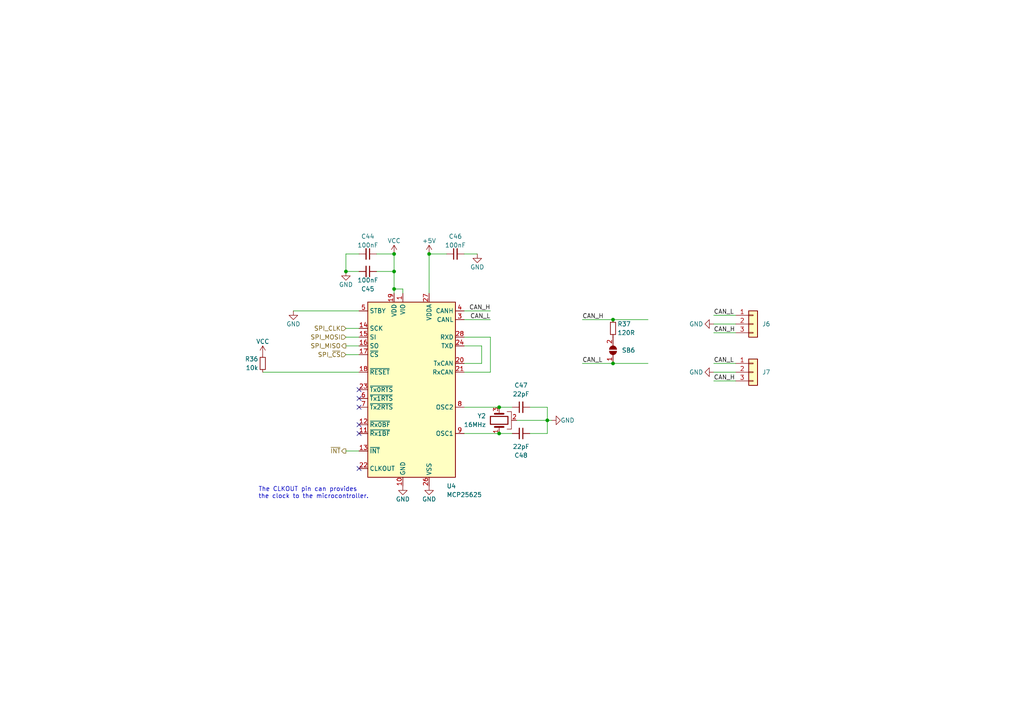
<source format=kicad_sch>
(kicad_sch (version 20211123) (generator eeschema)
  (paper "A4")
  (lib_symbols
    (symbol "Connector_Generic:Conn_01x03" (pin_names (offset 1.016) hide)
      (property "Reference" "J" (at 0 5.08 0))
      (property "Value" "Conn_01x03" (at 0 -5.08 0))
      (symbol "Conn_01x03_1_1"
        (rectangle (start -1.27 -2.413) (end 0 -2.667) (stroke (width 0.1524)))
        (rectangle (start -1.27 0.127) (end 0 -0.127) (stroke (width 0.1524)))
        (rectangle (start -1.27 2.667) (end 0 2.413) (stroke (width 0.1524)))
        (rectangle (start -1.27 3.81) (end 1.27 -3.81) (stroke (width 0.254)) (fill (type background)))
        (pin passive line (at -5.08 2.54 0) (length 3.81) (name "Pin_1") (number "1"))
        (pin passive line (at -5.08 0 0) (length 3.81) (name "Pin_2") (number "2"))
        (pin passive line (at -5.08 -2.54 0) (length 3.81) (name "Pin_3") (number "3"))
      )
    )
    (symbol "Device:C_Small" (pin_numbers hide) (pin_names (offset 0.254) hide)
      (property "Reference" "C" (at 0.254 1.778 0))
      (property "Value" "C_Small" (at 0.254 -2.032 0))
      (symbol "C_Small_0_1"
        (polyline (pts (xy -1.524 -0.508) (xy 1.524 -0.508)) (stroke (width 0.3302)))
        (polyline (pts (xy -1.524 0.508) (xy 1.524 0.508)) (stroke (width 0.3048)))
      )
      (symbol "C_Small_1_1"
        (pin passive line (at 0 2.54 270) (length 2.032) (name "~") (number "1"))
        (pin passive line (at 0 -2.54 90) (length 2.032) (name "~") (number "2"))
      )
    )
    (symbol "Device:Crystal_GND2" (pin_names (offset 1.016) hide)
      (property "Reference" "Y" (at 0 5.715 0))
      (property "Value" "Crystal_GND2" (at 0 3.81 0))
      (symbol "Crystal_GND2_0_1"
        (rectangle (start -1.143 2.54) (end 1.143 -2.54) (stroke (width 0.3048)))
        (polyline (pts (xy -2.54 0) (xy -1.905 0)))
        (polyline (pts (xy -1.905 -1.27) (xy -1.905 1.27)) (stroke (width 0.508)))
        (polyline (pts (xy 0 -3.81) (xy 0 -3.556)))
        (polyline (pts (xy 1.905 0) (xy 2.54 0)))
        (polyline (pts (xy 1.905 1.27) (xy 1.905 -1.27)) (stroke (width 0.508)))
        (polyline (pts (xy -2.54 -2.286) (xy -2.54 -3.556) (xy 2.54 -3.556) (xy 2.54 -2.286)))
      )
      (symbol "Crystal_GND2_1_1"
        (pin passive line (at -3.81 0 0) (length 1.27) (name "1") (number "1"))
        (pin passive line (at 0 -5.08 90) (length 1.27) (name "2") (number "2"))
        (pin passive line (at 3.81 0 180) (length 1.27) (name "3") (number "3"))
      )
    )
    (symbol "Device:R_Small" (pin_numbers hide) (pin_names (offset 0.254) hide)
      (property "Reference" "R" (at 0.762 0.508 0))
      (property "Value" "R_Small" (at 0.762 -1.016 0))
      (symbol "R_Small_0_1"
        (rectangle (start -0.762 1.778) (end 0.762 -1.778) (stroke (width 0.2032)))
      )
      (symbol "R_Small_1_1"
        (pin passive line (at 0 2.54 270) (length 0.762) (name "~") (number "1"))
        (pin passive line (at 0 -2.54 90) (length 0.762) (name "~") (number "2"))
      )
    )
    (symbol "Interface_CAN_LIN:MCP25625-x-SS"
      (property "Reference" "U" (at -11.43 26.67 0))
      (property "Value" "MCP25625-x-SS" (at 15.24 26.67 0))
      (symbol "MCP25625-x-SS_0_1"
        (rectangle (start -12.7 25.4) (end 12.7 -25.4) (stroke (width 0.254)) (fill (type background)))
      )
      (symbol "MCP25625-x-SS_1_1"
        (pin power_in line (at -2.54 27.94 270) (length 2.54) (name "VIO") (number "1"))
        (pin power_in line (at -2.54 -27.94 90) (length 2.54) (name "GND") (number "10"))
        (pin output line (at -15.24 -12.7 0) (length 2.54) (name "~{Rx1BF}") (number "11"))
        (pin output line (at -15.24 -10.16 0) (length 2.54) (name "~{Rx0BF}") (number "12"))
        (pin output line (at -15.24 -17.78 0) (length 2.54) (name "~{INT}") (number "13"))
        (pin input line (at -15.24 17.78 0) (length 2.54) (name "SCK") (number "14"))
        (pin input line (at -15.24 15.24 0) (length 2.54) (name "SI") (number "15"))
        (pin output line (at -15.24 12.7 0) (length 2.54) (name "SO") (number "16"))
        (pin input line (at -15.24 10.16 0) (length 2.54) (name "~{CS}") (number "17"))
        (pin input line (at -15.24 5.08 0) (length 2.54) (name "~{RESET}") (number "18"))
        (pin power_in line (at -5.08 27.94 270) (length 2.54) (name "VDD") (number "19"))
        (pin no_connect line (at 12.7 -15.24 180) (length 2.54) hide (name "NC") (number "2"))
        (pin output line (at 15.24 7.62 180) (length 2.54) (name "TxCAN") (number "20"))
        (pin input line (at 15.24 5.08 180) (length 2.54) (name "RxCAN") (number "21"))
        (pin output line (at -15.24 -22.86 0) (length 2.54) (name "CLKOUT") (number "22"))
        (pin input line (at -15.24 0 0) (length 2.54) (name "~{Tx0RTS}") (number "23"))
        (pin input line (at 15.24 12.7 180) (length 2.54) (name "TXD") (number "24"))
        (pin no_connect line (at 12.7 -17.78 180) (length 2.54) hide (name "NC") (number "25"))
        (pin power_in line (at 5.08 -27.94 90) (length 2.54) (name "VSS") (number "26"))
        (pin power_in line (at 5.08 27.94 270) (length 2.54) (name "VDDA") (number "27"))
        (pin output line (at 15.24 15.24 180) (length 2.54) (name "RXD") (number "28"))
        (pin bidirectional line (at 15.24 20.32 180) (length 2.54) (name "CANL") (number "3"))
        (pin bidirectional line (at 15.24 22.86 180) (length 2.54) (name "CANH") (number "4"))
        (pin input line (at -15.24 22.86 0) (length 2.54) (name "STBY") (number "5"))
        (pin input line (at -15.24 -2.54 0) (length 2.54) (name "~{Tx1RTS}") (number "6"))
        (pin input line (at -15.24 -5.08 0) (length 2.54) (name "~{Tx2RTS}") (number "7"))
        (pin output line (at 15.24 -5.08 180) (length 2.54) (name "OSC2") (number "8"))
        (pin input line (at 15.24 -12.7 180) (length 2.54) (name "OSC1") (number "9"))
      )
    )
    (symbol "Jumper:SolderJumper_2_Open" (pin_names (offset 0) hide)
      (property "Reference" "JP" (at 0 2.032 0))
      (property "Value" "SolderJumper_2_Open" (at 0 -2.54 0))
      (symbol "SolderJumper_2_Open_0_1"
        (arc (start -0.254 1.016) (mid -1.27 0) (end -0.254 -1.016))
        (arc (start -0.254 1.016) (mid -1.27 0) (end -0.254 -1.016) (fill (type outline)))
        (polyline (pts (xy -0.254 1.016) (xy -0.254 -1.016)))
        (polyline (pts (xy 0.254 1.016) (xy 0.254 -1.016)))
        (arc (start 0.254 -1.016) (mid 1.27 0) (end 0.254 1.016))
        (arc (start 0.254 -1.016) (mid 1.27 0) (end 0.254 1.016) (fill (type outline)))
      )
      (symbol "SolderJumper_2_Open_1_1"
        (pin passive line (at -3.81 0 0) (length 2.54) (name "A") (number "1"))
        (pin passive line (at 3.81 0 180) (length 2.54) (name "B") (number "2"))
      )
    )
    (symbol "power:+5V" (power) (pin_names (offset 0))
      (property "Value" "+5V" (at 0 3.556 0))
      (symbol "+5V_0_1"
        (polyline (pts (xy -0.762 1.27) (xy 0 2.54)))
        (polyline (pts (xy 0 0) (xy 0 2.54)))
        (polyline (pts (xy 0 2.54) (xy 0.762 1.27)))
      )
      (symbol "+5V_1_1"
        (pin power_in line (at 0 0 90) (length 0) hide (name "+5V") (number "1"))
      )
    )
    (symbol "power:GND" (power) (pin_names (offset 0))
      (property "Value" "GND" (at 0 -3.81 0))
      (symbol "GND_0_1"
        (polyline (pts (xy 0 0) (xy 0 -1.27) (xy 1.27 -1.27) (xy 0 -2.54) (xy -1.27 -1.27) (xy 0 -1.27)))
      )
      (symbol "GND_1_1"
        (pin power_in line (at 0 0 270) (length 0) hide (name "GND") (number "1"))
      )
    )
    (symbol "power:VCC" (power) (pin_names (offset 0))
      (property "Value" "VCC" (at 0 3.81 0))
      (symbol "VCC_0_1"
        (polyline (pts (xy -0.762 1.27) (xy 0 2.54)))
        (polyline (pts (xy 0 0) (xy 0 2.54)))
        (polyline (pts (xy 0 2.54) (xy 0.762 1.27)))
      )
      (symbol "VCC_1_1"
        (pin power_in line (at 0 0 90) (length 0) hide (name "VCC") (number "1"))
      )
    )
  )
  (junction (at 144.78 125.73))
  (junction (at 144.78 118.11))
  (junction (at 177.8 105.41))
  (junction (at 114.3 78.74))
  (junction (at 114.3 73.66))
  (junction (at 100.33 78.74))
  (junction (at 177.8 92.71))
  (junction (at 158.75 121.92))
  (junction (at 124.46 73.66))
  (junction (at 114.3 83.82))
  (no_connect (at 104.14 113.03))
  (no_connect (at 104.14 125.73))
  (no_connect (at 104.14 115.57))
  (no_connect (at 104.14 118.11))
  (no_connect (at 104.14 123.19))
  (no_connect (at 104.14 135.89))
  (wire (pts (xy 134.62 107.95) (xy 142.24 107.95)))
  (wire (pts (xy 138.43 73.66) (xy 134.62 73.66)))
  (wire (pts (xy 177.8 92.71) (xy 187.96 92.71)))
  (wire (pts (xy 114.3 78.74) (xy 114.3 73.66)))
  (wire (pts (xy 100.33 130.81) (xy 104.14 130.81)))
  (wire (pts (xy 134.62 90.17) (xy 142.24 90.17)))
  (wire (pts (xy 124.46 73.66) (xy 129.54 73.66)))
  (wire (pts (xy 134.62 118.11) (xy 144.78 118.11)))
  (wire (pts (xy 158.75 121.92) (xy 158.75 118.11)))
  (wire (pts (xy 158.75 125.73) (xy 153.67 125.73)))
  (wire (pts (xy 100.33 102.87) (xy 104.14 102.87)))
  (wire (pts (xy 149.86 121.92) (xy 158.75 121.92)))
  (wire (pts (xy 158.75 121.92) (xy 160.02 121.92)))
  (wire (pts (xy 134.62 100.33) (xy 139.7 100.33)))
  (wire (pts (xy 177.8 105.41) (xy 187.96 105.41)))
  (wire (pts (xy 158.75 118.11) (xy 153.67 118.11)))
  (wire (pts (xy 100.33 73.66) (xy 100.33 78.74)))
  (wire (pts (xy 207.01 107.95) (xy 213.36 107.95)))
  (wire (pts (xy 134.62 105.41) (xy 139.7 105.41)))
  (wire (pts (xy 207.01 91.44) (xy 213.36 91.44)))
  (wire (pts (xy 168.91 92.71) (xy 177.8 92.71)))
  (wire (pts (xy 139.7 100.33) (xy 139.7 105.41)))
  (wire (pts (xy 109.22 73.66) (xy 114.3 73.66)))
  (wire (pts (xy 207.01 93.98) (xy 213.36 93.98)))
  (wire (pts (xy 100.33 100.33) (xy 104.14 100.33)))
  (wire (pts (xy 142.24 97.79) (xy 142.24 107.95)))
  (wire (pts (xy 124.46 73.66) (xy 124.46 85.09)))
  (wire (pts (xy 144.78 125.73) (xy 148.59 125.73)))
  (wire (pts (xy 207.01 105.41) (xy 213.36 105.41)))
  (wire (pts (xy 76.2 107.95) (xy 104.14 107.95)))
  (wire (pts (xy 104.14 73.66) (xy 100.33 73.66)))
  (wire (pts (xy 144.78 118.11) (xy 148.59 118.11)))
  (wire (pts (xy 100.33 97.79) (xy 104.14 97.79)))
  (wire (pts (xy 114.3 83.82) (xy 114.3 85.09)))
  (wire (pts (xy 109.22 78.74) (xy 114.3 78.74)))
  (wire (pts (xy 158.75 125.73) (xy 158.75 121.92)))
  (wire (pts (xy 116.84 85.09) (xy 116.84 83.82)))
  (wire (pts (xy 114.3 83.82) (xy 114.3 78.74)))
  (wire (pts (xy 207.01 96.52) (xy 213.36 96.52)))
  (wire (pts (xy 207.01 110.49) (xy 213.36 110.49)))
  (wire (pts (xy 114.3 83.82) (xy 116.84 83.82)))
  (wire (pts (xy 85.09 90.17) (xy 104.14 90.17)))
  (wire (pts (xy 134.62 125.73) (xy 144.78 125.73)))
  (wire (pts (xy 134.62 97.79) (xy 142.24 97.79)))
  (wire (pts (xy 168.91 105.41) (xy 177.8 105.41)))
  (wire (pts (xy 134.62 92.71) (xy 142.24 92.71)))
  (wire (pts (xy 100.33 78.74) (xy 104.14 78.74)))
  (wire (pts (xy 100.33 95.25) (xy 104.14 95.25)))
  (text "The CLKOUT pin can provides \nthe clock to the microcontroller." (at 74.93 144.78 0) (effects (font (size 1.27 1.27)) (justify left bottom)))
  (label "CAN_H" (at 207.01 110.49 0))
  (label "CAN_H" (at 168.91 92.71 0))
  (label "CAN_L" (at 207.01 91.44 0))
  (label "CAN_H" (at 207.01 96.52 0))
  (label "CAN_L" (at 207.01 105.41 0))
  (label "CAN_L" (at 168.91 105.41 0))
  (label "CAN_H" (at 142.24 90.17 180))
  (label "CAN_L" (at 142.24 92.71 180))
  (hierarchical_label "SPI_CLK" (shape input) (at 100.33 95.25 180))
  (hierarchical_label "SPI_~{CS}" (shape input) (at 100.33 102.87 180))
  (hierarchical_label "SPI_MOSI" (shape input) (at 100.33 97.79 180))
  (hierarchical_label "SPI_MISO" (shape output) (at 100.33 100.33 180))
  (hierarchical_label "~{INT}" (shape output) (at 100.33 130.81 180))
  (symbol (lib_id "Device:Crystal_GND2") (at 144.78 121.92 90) (unit 1)
    (property "Reference" "Y2" (at 140.97 120.6499 90) (effects (justify left)))
    (property "Value" "16MHz" (at 140.97 123.1899 90) (effects (justify left)))
    (property "Footprint" "Crystal:Crystal_SMD_3225-4Pin_3.2x2.5mm" (effects hide))
    (property "JLCPCB Part #" "C156247" (effects hide))
    (property "MFR.Part #" "NX3225GA-16MHZ-STD-CRG-2" (effects hide))
  )
  (symbol (lib_id "Device:C_Small") (at 132.08 73.66 90) (unit 1)
    (property "Reference" "C46" (at 132.08 68.58 90))
    (property "Value" "100nF" (at 132.08 71.12 90))
    (property "Footprint" "Capacitor_SMD:C_0402_1005Metric" (effects hide))
    (property "JLCPCB Part #" "C1525" (effects hide))
    (property "MFR.Part #" "CL05B104KO5NNNC" (effects hide))
  )
  (symbol (lib_id "power:GND") (at 85.09 90.17 0) (mirror y) (unit 1)
    (property "Reference" "#PWR065" (effects hide))
    (property "Value" "GND" (at 85.09 93.98 0))
  )
  (symbol (lib_id "power:+5V") (at 124.46 73.66 0) (unit 1)
    (property "Reference" "#PWR069" (effects hide))
    (property "Value" "+5V" (at 124.46 69.85 0))
  )
  (symbol (lib_id "power:VCC") (at 76.2 102.87 0) (mirror y) (unit 1)
    (property "Reference" "#PWR064" (effects hide))
    (property "Value" "VCC" (at 76.2 99.06 0))
  )
  (symbol (lib_id "Device:C_Small") (at 106.68 73.66 270) (mirror x) (unit 1)
    (property "Reference" "C44" (at 106.68 68.58 90))
    (property "Value" "100nF" (at 106.68 71.12 90))
    (property "Footprint" "Capacitor_SMD:C_0402_1005Metric" (effects hide))
    (property "JLCPCB Part #" "C1525" (effects hide))
    (property "MFR.Part #" "CL05B104KO5NNNC" (effects hide))
  )
  (symbol (lib_id "Device:C_Small") (at 151.13 118.11 90) (unit 1)
    (property "Reference" "C47" (at 151.13 111.76 90))
    (property "Value" "22pF" (at 151.13 114.3 90))
    (property "Footprint" "Capacitor_SMD:C_0402_1005Metric" (effects hide))
  )
  (symbol (lib_id "Device:R_Small") (at 76.2 105.41 0) (mirror y) (unit 1)
    (property "Reference" "R36" (at 74.93 104.14 0) (effects (justify left)))
    (property "Value" "10k" (at 74.93 106.68 0) (effects (justify left)))
    (property "Footprint" "Resistor_SMD:R_0402_1005Metric" (effects hide))
    (property "JLCPCB Part #" "C25744" (effects hide))
    (property "MFR.Part #" "0402WGF1002TCE" (effects hide))
  )
  (symbol (lib_id "power:GND") (at 207.01 107.95 270) (unit 1)
    (property "Reference" "#PWR074" (effects hide))
    (property "Value" "GND" (at 201.93 107.95 90))
  )
  (symbol (lib_id "Interface_CAN_LIN:MCP25625-x-SS") (at 119.38 113.03 0) (unit 1)
    (property "Reference" "U4" (at 129.54 140.97 0) (effects (justify left)))
    (property "Value" "MCP25625" (at 129.54 143.51 0) (effects (justify left)))
    (property "Footprint" "Package_DFN_QFN:QFN-28-1EP_6x6mm_P0.65mm_EP4.25x4.25mm" (effects hide))
    (property "Datasheet" "https://datasheet.lcsc.com/lcsc/1809291529_Microchip-Tech-MCP25625T-E-ML_C191253.pdf" (effects hide))
    (property "JLCPCB Part #" "C191253" (effects hide))
    (property "MFR.Part #" "MCP25625T-E/ML" (effects hide))
  )
  (symbol (lib_id "power:GND") (at 207.01 93.98 270) (unit 1)
    (property "Reference" "#PWR073" (effects hide))
    (property "Value" "GND" (at 201.93 93.98 90))
  )
  (symbol (lib_id "power:GND") (at 160.02 121.92 90) (unit 1)
    (property "Reference" "#PWR072" (effects hide))
    (property "Value" "GND" (at 162.56 121.92 90) (effects (justify right)))
  )
  (symbol (lib_id "Device:R_Small") (at 177.8 95.25 0) (unit 1)
    (property "Reference" "R37" (at 179.07 93.98 0) (effects (justify left)))
    (property "Value" "120R" (at 179.07 96.52 0) (effects (justify left)))
    (property "Footprint" "Resistor_SMD:R_0402_1005Metric" (effects hide))
    (property "JLCPCB Part #" "C25079" (effects hide))
    (property "MFR.Part #" "0402WGF1200TCE" (effects hide))
  )
  (symbol (lib_id "Device:C_Small") (at 106.68 78.74 270) (mirror x) (unit 1)
    (property "Reference" "C45" (at 106.68 83.82 90))
    (property "Value" "100nF" (at 106.68 81.28 90))
    (property "Footprint" "Capacitor_SMD:C_0402_1005Metric" (effects hide))
    (property "JLCPCB Part #" "C1525" (effects hide))
    (property "MFR.Part #" "CL05B104KO5NNNC" (effects hide))
  )
  (symbol (lib_id "power:GND") (at 124.46 140.97 0) (unit 1)
    (property "Reference" "#PWR070" (effects hide))
    (property "Value" "GND" (at 124.46 144.78 0))
  )
  (symbol (lib_id "power:GND") (at 100.33 78.74 0) (mirror y) (unit 1)
    (property "Reference" "#PWR066" (effects hide))
    (property "Value" "GND" (at 100.33 82.55 0))
  )
  (symbol (lib_id "power:GND") (at 138.43 73.66 0) (unit 1)
    (property "Reference" "#PWR071" (effects hide))
    (property "Value" "GND" (at 138.43 77.47 0))
  )
  (symbol (lib_id "Connector_Generic:Conn_01x03") (at 218.44 93.98 0) (unit 1)
    (property "Reference" "J6" (at 222.25 93.98 0))
    (property "Value" "Conn_02x02_Top_Bottom" (effects hide))
    (property "Footprint" "Connector_JST:JST_GH_SM03B-GHS-TB_1x03-1MP_P1.25mm_Horizontal" (effects hide))
  )
  (symbol (lib_id "power:VCC") (at 114.3 73.66 0) (unit 1)
    (property "Reference" "#PWR067" (effects hide))
    (property "Value" "VCC" (at 114.3 69.85 0))
  )
  (symbol (lib_id "power:GND") (at 116.84 140.97 0) (unit 1)
    (property "Reference" "#PWR068" (effects hide))
    (property "Value" "GND" (at 116.84 144.78 0))
  )
  (symbol (lib_id "Jumper:SolderJumper_2_Open") (at 177.8 101.6 90) (unit 1)
    (property "Reference" "SB6" (at 180.34 101.5999 90) (effects (justify right)))
    (property "Value" "SolderJumper_2_Open" (effects hide))
    (property "Footprint" "Jumper:SolderJumper-2_P1.3mm_Open_TrianglePad1.0x1.5mm" (effects hide))
  )
  (symbol (lib_id "Connector_Generic:Conn_01x03") (at 218.44 107.95 0) (unit 1)
    (property "Reference" "J7" (at 222.25 107.95 0))
    (property "Value" "Conn_02x02_Top_Bottom" (effects hide))
    (property "Footprint" "Connector_JST:JST_GH_SM03B-GHS-TB_1x03-1MP_P1.25mm_Horizontal" (effects hide))
  )
  (symbol (lib_id "Device:C_Small") (at 151.13 125.73 270) (unit 1)
    (property "Reference" "C48" (at 151.13 132.08 90))
    (property "Value" "22pF" (at 151.13 129.54 90))
    (property "Footprint" "Capacitor_SMD:C_0402_1005Metric" (effects hide))
  )
)
</source>
